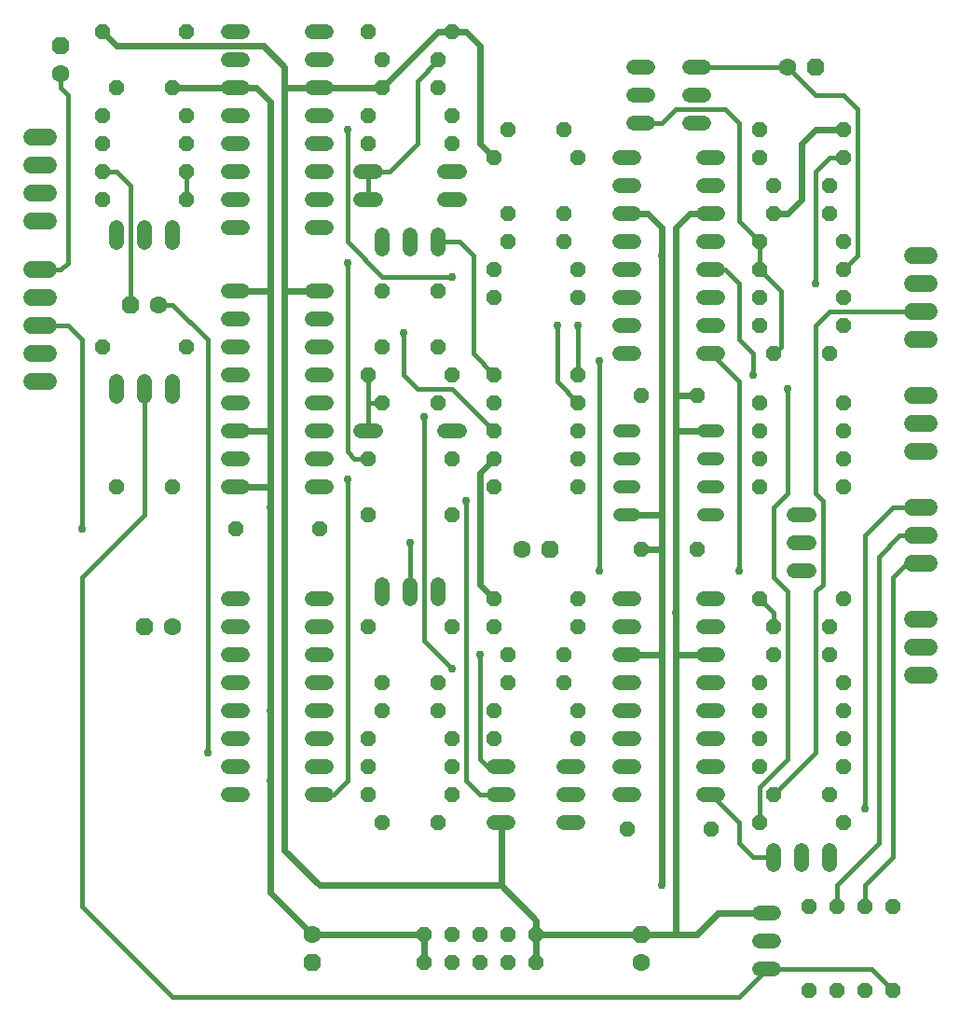
<source format=gbr>
G04 EAGLE Gerber RS-274X export*
G75*
%MOMM*%
%FSLAX34Y34*%
%LPD*%
%INBottom Copper*%
%IPPOS*%
%AMOC8*
5,1,8,0,0,1.08239X$1,22.5*%
G01*
%ADD10P,1.732040X8X112.500000*%
%ADD11C,1.600200*%
%ADD12P,1.732040X8X292.500000*%
%ADD13P,1.539592X8X22.500000*%
%ADD14C,1.320800*%
%ADD15P,1.429621X8X22.500000*%
%ADD16C,1.208000*%
%ADD17P,1.429621X8X202.500000*%
%ADD18P,1.732040X8X22.500000*%
%ADD19P,1.732040X8X202.500000*%
%ADD20P,1.429621X8X292.500000*%
%ADD21P,1.429621X8X112.500000*%
%ADD22C,1.524000*%
%ADD23C,0.609600*%
%ADD24C,0.756400*%
%ADD25C,0.406400*%


D10*
X571500Y82550D03*
D11*
X571500Y57150D03*
D12*
X273050Y57150D03*
D11*
X273050Y82550D03*
D13*
X374650Y57150D03*
X374650Y82550D03*
X400050Y57150D03*
X400050Y82550D03*
X425450Y57150D03*
X425450Y82550D03*
X450850Y57150D03*
X450850Y82550D03*
X476250Y57150D03*
X476250Y82550D03*
D14*
X628396Y209550D02*
X641604Y209550D01*
X641604Y234950D02*
X628396Y234950D01*
X628396Y260350D02*
X641604Y260350D01*
X641604Y285750D02*
X628396Y285750D01*
X628396Y311150D02*
X641604Y311150D01*
X641604Y336550D02*
X628396Y336550D01*
X628396Y361950D02*
X641604Y361950D01*
X641604Y387350D02*
X628396Y387350D01*
X565404Y387350D02*
X552196Y387350D01*
X552196Y361950D02*
X565404Y361950D01*
X565404Y336550D02*
X552196Y336550D01*
X552196Y311150D02*
X565404Y311150D01*
X565404Y285750D02*
X552196Y285750D01*
X552196Y260350D02*
X565404Y260350D01*
X565404Y234950D02*
X552196Y234950D01*
X552196Y209550D02*
X565404Y209550D01*
X286004Y488950D02*
X272796Y488950D01*
X272796Y514350D02*
X286004Y514350D01*
X286004Y641350D02*
X272796Y641350D01*
X272796Y666750D02*
X286004Y666750D01*
X286004Y539750D02*
X272796Y539750D01*
X272796Y565150D02*
X286004Y565150D01*
X286004Y615950D02*
X272796Y615950D01*
X272796Y590550D02*
X286004Y590550D01*
X209804Y666750D02*
X196596Y666750D01*
X196596Y641350D02*
X209804Y641350D01*
X209804Y615950D02*
X196596Y615950D01*
X196596Y590550D02*
X209804Y590550D01*
X209804Y565150D02*
X196596Y565150D01*
X196596Y539750D02*
X209804Y539750D01*
X209804Y514350D02*
X196596Y514350D01*
X196596Y488950D02*
X209804Y488950D01*
X272796Y209550D02*
X286004Y209550D01*
X286004Y234950D02*
X272796Y234950D01*
X272796Y361950D02*
X286004Y361950D01*
X286004Y387350D02*
X272796Y387350D01*
X272796Y260350D02*
X286004Y260350D01*
X286004Y285750D02*
X272796Y285750D01*
X272796Y336550D02*
X286004Y336550D01*
X286004Y311150D02*
X272796Y311150D01*
X209804Y387350D02*
X196596Y387350D01*
X196596Y361950D02*
X209804Y361950D01*
X209804Y336550D02*
X196596Y336550D01*
X196596Y311150D02*
X209804Y311150D01*
X209804Y285750D02*
X196596Y285750D01*
X196596Y260350D02*
X209804Y260350D01*
X209804Y234950D02*
X196596Y234950D01*
X196596Y209550D02*
X209804Y209550D01*
X628396Y609600D02*
X641604Y609600D01*
X641604Y635000D02*
X628396Y635000D01*
X628396Y660400D02*
X641604Y660400D01*
X641604Y685800D02*
X628396Y685800D01*
X628396Y711200D02*
X641604Y711200D01*
X641604Y736600D02*
X628396Y736600D01*
X628396Y762000D02*
X641604Y762000D01*
X641604Y787400D02*
X628396Y787400D01*
X565404Y787400D02*
X552196Y787400D01*
X552196Y762000D02*
X565404Y762000D01*
X565404Y736600D02*
X552196Y736600D01*
X552196Y711200D02*
X565404Y711200D01*
X565404Y685800D02*
X552196Y685800D01*
X552196Y660400D02*
X565404Y660400D01*
X565404Y635000D02*
X552196Y635000D01*
X552196Y609600D02*
X565404Y609600D01*
X286004Y723900D02*
X272796Y723900D01*
X272796Y749300D02*
X286004Y749300D01*
X286004Y774700D02*
X272796Y774700D01*
X272796Y800100D02*
X286004Y800100D01*
X286004Y825500D02*
X272796Y825500D01*
X272796Y850900D02*
X286004Y850900D01*
X286004Y876300D02*
X272796Y876300D01*
X272796Y901700D02*
X286004Y901700D01*
X209804Y901700D02*
X196596Y901700D01*
X196596Y876300D02*
X209804Y876300D01*
X209804Y850900D02*
X196596Y850900D01*
X196596Y825500D02*
X209804Y825500D01*
X209804Y800100D02*
X196596Y800100D01*
X196596Y774700D02*
X209804Y774700D01*
X209804Y749300D02*
X196596Y749300D01*
X196596Y723900D02*
X209804Y723900D01*
X710946Y412750D02*
X724154Y412750D01*
X724154Y463550D02*
X710946Y463550D01*
X710946Y438150D02*
X724154Y438150D01*
D15*
X679450Y488950D03*
X755650Y488950D03*
D16*
X641040Y463550D02*
X628960Y463550D01*
X628960Y488950D02*
X641040Y488950D01*
X641040Y514350D02*
X628960Y514350D01*
X628960Y539750D02*
X641040Y539750D01*
X564840Y539750D02*
X552760Y539750D01*
X552760Y514350D02*
X564840Y514350D01*
X564840Y488950D02*
X552760Y488950D01*
X552760Y463550D02*
X564840Y463550D01*
D17*
X755650Y565150D03*
X679450Y565150D03*
X755650Y514350D03*
X679450Y514350D03*
D15*
X679450Y539750D03*
X755650Y539750D03*
X679450Y660400D03*
X755650Y660400D03*
D17*
X755650Y635000D03*
X679450Y635000D03*
D15*
X692150Y762000D03*
X742950Y762000D03*
X692150Y609600D03*
X742950Y609600D03*
X679450Y711200D03*
X755650Y711200D03*
D14*
X578104Y819150D02*
X564896Y819150D01*
X564896Y869950D02*
X578104Y869950D01*
X578104Y844550D02*
X564896Y844550D01*
X615696Y819150D02*
X628904Y819150D01*
X628904Y869950D02*
X615696Y869950D01*
X615696Y844550D02*
X628904Y844550D01*
D17*
X755650Y685800D03*
X679450Y685800D03*
D18*
X730250Y869950D03*
D11*
X704850Y869950D03*
D15*
X679450Y787400D03*
X755650Y787400D03*
X438150Y660400D03*
X514350Y660400D03*
D17*
X514350Y685800D03*
X438150Y685800D03*
X501650Y711200D03*
X450850Y711200D03*
D15*
X438150Y787400D03*
X514350Y787400D03*
D17*
X755650Y812800D03*
X679450Y812800D03*
D15*
X679450Y311150D03*
X755650Y311150D03*
D14*
X692150Y159004D02*
X692150Y145796D01*
X742950Y145796D02*
X742950Y159004D01*
X717550Y159004D02*
X717550Y145796D01*
D17*
X755650Y184150D03*
X679450Y184150D03*
X755650Y285750D03*
X679450Y285750D03*
X755650Y260350D03*
X679450Y260350D03*
X755650Y234950D03*
X679450Y234950D03*
D15*
X692150Y209550D03*
X742950Y209550D03*
X692150Y361950D03*
X742950Y361950D03*
X679450Y387350D03*
X755650Y387350D03*
D14*
X406654Y774700D02*
X393446Y774700D01*
X330454Y774700D02*
X317246Y774700D01*
X317246Y749300D02*
X330454Y749300D01*
X393446Y749300D02*
X406654Y749300D01*
D17*
X387350Y876300D03*
X336550Y876300D03*
D14*
X336550Y717804D02*
X336550Y704596D01*
X387350Y704596D02*
X387350Y717804D01*
X361950Y717804D02*
X361950Y704596D01*
D15*
X323850Y800100D03*
X400050Y800100D03*
D17*
X400050Y825500D03*
X323850Y825500D03*
D15*
X323850Y901700D03*
X400050Y901700D03*
X450850Y812800D03*
X501650Y812800D03*
X438150Y590550D03*
X514350Y590550D03*
D14*
X95250Y710946D02*
X95250Y724154D01*
X146050Y724154D02*
X146050Y710946D01*
X120650Y710946D02*
X120650Y724154D01*
D17*
X400050Y514350D03*
X323850Y514350D03*
X158750Y800100D03*
X82550Y800100D03*
X158750Y774700D03*
X82550Y774700D03*
X158750Y749300D03*
X82550Y749300D03*
D19*
X107950Y654050D03*
D11*
X133350Y654050D03*
D17*
X158750Y825500D03*
X82550Y825500D03*
X158750Y901700D03*
X82550Y901700D03*
D10*
X44450Y889000D03*
D11*
X44450Y863600D03*
D17*
X514350Y565150D03*
X438150Y565150D03*
X514350Y539750D03*
X438150Y539750D03*
X514350Y514350D03*
X438150Y514350D03*
X514350Y488950D03*
X438150Y488950D03*
D15*
X336550Y311150D03*
X387350Y311150D03*
X323850Y260350D03*
X400050Y260350D03*
D17*
X387350Y184150D03*
X336550Y184150D03*
D15*
X323850Y234950D03*
X400050Y234950D03*
D17*
X400050Y209550D03*
X323850Y209550D03*
D19*
X120650Y361950D03*
D11*
X146050Y361950D03*
D15*
X323850Y361950D03*
X400050Y361950D03*
D14*
X387350Y387096D02*
X387350Y400304D01*
X336550Y400304D02*
X336550Y387096D01*
X361950Y387096D02*
X361950Y400304D01*
D15*
X323850Y463550D03*
X400050Y463550D03*
D14*
X437896Y184150D02*
X451104Y184150D01*
X451104Y234950D02*
X437896Y234950D01*
X437896Y209550D02*
X451104Y209550D01*
D17*
X279400Y450850D03*
X203200Y450850D03*
D14*
X317246Y539750D02*
X330454Y539750D01*
X393446Y539750D02*
X406654Y539750D01*
D15*
X323850Y590550D03*
X400050Y590550D03*
D17*
X387350Y565150D03*
X336550Y565150D03*
X514350Y285750D03*
X438150Y285750D03*
D15*
X336550Y615950D03*
X387350Y615950D03*
D17*
X514350Y260350D03*
X438150Y260350D03*
D15*
X450850Y311150D03*
X501650Y311150D03*
D17*
X514350Y361950D03*
X438150Y361950D03*
X514350Y387350D03*
X438150Y387350D03*
D18*
X488950Y431800D03*
D11*
X463550Y431800D03*
D14*
X501396Y234950D02*
X514604Y234950D01*
X514604Y184150D02*
X501396Y184150D01*
X501396Y209550D02*
X514604Y209550D01*
D15*
X558800Y177800D03*
X635000Y177800D03*
D14*
X95250Y571246D02*
X95250Y584454D01*
X146050Y584454D02*
X146050Y571246D01*
X120650Y571246D02*
X120650Y584454D01*
X679196Y101600D02*
X692404Y101600D01*
X692404Y50800D02*
X679196Y50800D01*
X679196Y76200D02*
X692404Y76200D01*
D17*
X158750Y615950D03*
X82550Y615950D03*
D20*
X800100Y107950D03*
X800100Y31750D03*
X749300Y107950D03*
X749300Y31750D03*
D21*
X723900Y31750D03*
X723900Y107950D03*
D20*
X774700Y107950D03*
X774700Y31750D03*
D17*
X501650Y336550D03*
X450850Y336550D03*
X146050Y850900D03*
X95250Y850900D03*
X501650Y736600D03*
X450850Y736600D03*
D15*
X692150Y736600D03*
X742950Y736600D03*
X336550Y850900D03*
X387350Y850900D03*
X692150Y336550D03*
X742950Y336550D03*
X336550Y285750D03*
X387350Y285750D03*
D17*
X146050Y488950D03*
X95250Y488950D03*
D15*
X336550Y666750D03*
X387350Y666750D03*
D17*
X622300Y571500D03*
X571500Y571500D03*
D15*
X571500Y431800D03*
X622300Y431800D03*
D22*
X817880Y622300D02*
X833120Y622300D01*
X833120Y647700D02*
X817880Y647700D01*
X817880Y673100D02*
X833120Y673100D01*
X833120Y698500D02*
X817880Y698500D01*
X33020Y730250D02*
X17780Y730250D01*
X17780Y755650D02*
X33020Y755650D01*
X33020Y781050D02*
X17780Y781050D01*
X17780Y806450D02*
X33020Y806450D01*
X817880Y520700D02*
X833120Y520700D01*
X833120Y546100D02*
X817880Y546100D01*
X817880Y571500D02*
X833120Y571500D01*
X833120Y419100D02*
X817880Y419100D01*
X817880Y444500D02*
X833120Y444500D01*
X833120Y469900D02*
X817880Y469900D01*
X817880Y368300D02*
X833120Y368300D01*
X833120Y342900D02*
X817880Y342900D01*
X817880Y317500D02*
X833120Y317500D01*
X33020Y685800D02*
X17780Y685800D01*
X17780Y660400D02*
X33020Y660400D01*
X33020Y635000D02*
X17780Y635000D01*
X17780Y609600D02*
X33020Y609600D01*
X33020Y584200D02*
X17780Y584200D01*
D23*
X146050Y850900D02*
X203200Y850900D01*
X577850Y736600D02*
X590550Y723900D01*
X577850Y736600D02*
X558800Y736600D01*
X590550Y336550D02*
X590550Y127000D01*
D24*
X590550Y127000D03*
D23*
X590550Y336550D02*
X590550Y431800D01*
X590550Y463550D01*
X590550Y698500D01*
X590550Y723900D01*
X590550Y431800D02*
X571500Y431800D01*
X558800Y463550D02*
X590550Y463550D01*
X374650Y82550D02*
X374650Y57150D01*
X374650Y82550D02*
X273050Y82550D01*
X234950Y838200D02*
X222250Y850900D01*
X203200Y850900D01*
X234950Y222250D02*
X234950Y120650D01*
X234950Y222250D02*
X234950Y285750D01*
X234950Y469900D01*
X234950Y488950D01*
X234950Y539750D01*
X234950Y666750D01*
X234950Y838200D01*
X234950Y666750D02*
X203200Y666750D01*
X203200Y539750D02*
X234950Y539750D01*
X234950Y488950D02*
X203200Y488950D01*
X234950Y120650D02*
X273050Y82550D01*
D24*
X234950Y285750D03*
D23*
X558800Y336550D02*
X590550Y336550D01*
D24*
X234950Y222250D03*
X590550Y698500D03*
X234950Y469900D03*
D23*
X476250Y82550D02*
X476250Y57150D01*
X476250Y82550D02*
X571500Y82550D01*
X603250Y82550D01*
X603250Y336550D01*
X603250Y374650D01*
X603250Y539750D01*
X603250Y571500D01*
X603250Y723900D01*
X615950Y736600D01*
X635000Y736600D01*
X635000Y336550D02*
X603250Y336550D01*
X603250Y539750D02*
X635000Y539750D01*
X622300Y571500D02*
X603250Y571500D01*
X444500Y184150D02*
X444500Y127000D01*
X476250Y95250D02*
X476250Y82550D01*
X476250Y95250D02*
X444500Y127000D01*
X279400Y127000D01*
X247650Y158750D01*
X247650Y666750D01*
X279400Y666750D01*
X247650Y666750D02*
X247650Y850900D01*
X279400Y850900D01*
X336550Y850900D01*
X438150Y514350D02*
X425450Y501650D01*
X425450Y400050D01*
X438150Y387350D01*
X228600Y889000D02*
X95250Y889000D01*
X228600Y889000D02*
X247650Y869950D01*
X247650Y850900D01*
X95250Y889000D02*
X82550Y901700D01*
X425450Y800100D02*
X438150Y787400D01*
X425450Y800100D02*
X425450Y889000D01*
X412750Y901700D01*
X400050Y901700D01*
X387350Y901700D02*
X336550Y850900D01*
X387350Y901700D02*
X400050Y901700D01*
X730250Y812800D02*
X755650Y812800D01*
X730250Y812800D02*
X717550Y800100D01*
X717550Y749300D01*
X704850Y736600D01*
X692150Y736600D01*
D24*
X603250Y374650D03*
D23*
X641350Y101600D02*
X685800Y101600D01*
X641350Y101600D02*
X622300Y82550D01*
X603250Y82550D01*
D25*
X660400Y412750D02*
X660400Y584200D01*
X635000Y609600D01*
D24*
X660400Y412750D03*
D25*
X622300Y869950D02*
X704850Y869950D01*
X730250Y844550D01*
X755650Y844550D01*
X768350Y831850D01*
X768350Y698500D01*
X755650Y685800D01*
X679450Y685800D02*
X679450Y711200D01*
X698500Y615950D02*
X692150Y609600D01*
X698500Y615950D02*
X698500Y666750D01*
X679450Y685800D01*
X679450Y711200D02*
X660400Y730250D01*
X660400Y819150D01*
X647700Y831850D01*
X603250Y831850D01*
X590550Y819150D01*
X571500Y819150D01*
X730250Y774700D02*
X730250Y673100D01*
X730250Y774700D02*
X742950Y787400D01*
X755650Y787400D01*
D24*
X730250Y673100D03*
D25*
X635000Y209550D02*
X660400Y184150D01*
X660400Y165100D01*
X673100Y152400D01*
X692150Y152400D01*
X692150Y361950D02*
X692150Y374650D01*
X679450Y387350D01*
X323850Y749300D02*
X323850Y774700D01*
X368300Y800100D02*
X368300Y857250D01*
X387350Y876300D01*
X342900Y774700D02*
X323850Y774700D01*
X342900Y774700D02*
X368300Y800100D01*
X419100Y609600D02*
X438150Y590550D01*
X419100Y698500D02*
X406400Y711200D01*
X387350Y711200D01*
X419100Y698500D02*
X419100Y609600D01*
X292100Y209550D02*
X279400Y209550D01*
X292100Y209550D02*
X304800Y222250D01*
X304800Y495300D01*
D24*
X304800Y495300D03*
D25*
X146050Y654050D02*
X133350Y654050D01*
X146050Y654050D02*
X177800Y622300D01*
X177800Y247650D01*
D24*
X177800Y247650D03*
D25*
X107950Y762000D02*
X95250Y774700D01*
X82550Y774700D01*
X107950Y762000D02*
X107950Y654050D01*
X158750Y749300D02*
X158750Y774700D01*
X304800Y520700D02*
X311150Y514350D01*
X323850Y514350D01*
X304800Y520700D02*
X304800Y692150D01*
D24*
X304800Y692150D03*
D25*
X361950Y438150D02*
X361950Y393700D01*
X431800Y234950D02*
X444500Y234950D01*
X431800Y234950D02*
X425450Y241300D01*
X425450Y336550D01*
D24*
X425450Y336550D03*
X361950Y438150D03*
D25*
X374650Y349250D02*
X400050Y323850D01*
X374650Y349250D02*
X374650Y552450D01*
D24*
X374650Y552450D03*
X400050Y323850D03*
D25*
X323850Y539750D02*
X323850Y565150D01*
X323850Y590550D01*
X323850Y565150D02*
X336550Y565150D01*
X685800Y50800D02*
X781050Y50800D01*
X800100Y31750D01*
X120650Y463550D02*
X63500Y406400D01*
X63500Y107950D02*
X146050Y25400D01*
X660400Y25400D01*
X685800Y50800D01*
X120650Y463550D02*
X120650Y577850D01*
X63500Y406400D02*
X63500Y107950D01*
X787400Y165100D02*
X787400Y425450D01*
X787400Y165100D02*
X749300Y127000D01*
X749300Y107950D01*
X806450Y444500D02*
X825500Y444500D01*
X806450Y444500D02*
X787400Y425450D01*
X704850Y482600D02*
X704850Y577850D01*
X704850Y482600D02*
X692150Y469900D01*
X692150Y406400D01*
X704850Y393700D01*
X679450Y215900D02*
X679450Y184150D01*
X704850Y241300D02*
X704850Y393700D01*
X704850Y241300D02*
X679450Y215900D01*
D24*
X704850Y577850D03*
D25*
X647700Y685800D02*
X635000Y685800D01*
X647700Y685800D02*
X660400Y673100D01*
X660400Y622300D02*
X673100Y609600D01*
X673100Y590550D01*
D24*
X673100Y590550D03*
D25*
X660400Y622300D02*
X660400Y673100D01*
X736600Y476250D02*
X736600Y400050D01*
X730250Y393700D01*
X730250Y247650D01*
X692150Y209550D01*
X742950Y647700D02*
X825500Y647700D01*
X742950Y647700D02*
X730250Y635000D01*
X730250Y482600D01*
X736600Y476250D01*
X800100Y469900D02*
X825500Y469900D01*
X800100Y469900D02*
X774700Y444500D01*
D24*
X774700Y196850D03*
D25*
X774700Y444500D01*
X812800Y419100D02*
X825500Y419100D01*
X812800Y419100D02*
X800100Y406400D01*
X800100Y152400D01*
X774700Y127000D01*
X774700Y107950D01*
D24*
X304800Y812800D03*
D25*
X304800Y711200D01*
X336550Y679450D01*
X400050Y679450D01*
D24*
X400050Y679450D03*
X495300Y635000D03*
D25*
X495300Y584200D01*
X514350Y565150D01*
X514350Y590550D02*
X514350Y635000D01*
D24*
X514350Y635000D03*
X355600Y628650D03*
D25*
X355600Y590550D01*
X368300Y577850D01*
X400050Y577850D01*
X438150Y539750D01*
D24*
X533400Y603250D03*
D25*
X533400Y412750D01*
D24*
X533400Y412750D03*
D25*
X50800Y844550D02*
X44450Y850900D01*
X50800Y844550D02*
X50800Y692150D01*
X44450Y685800D01*
X25400Y685800D01*
X44450Y850900D02*
X44450Y863600D01*
X50800Y635000D02*
X25400Y635000D01*
X50800Y635000D02*
X63500Y622300D01*
X63500Y450850D01*
D24*
X63500Y450850D03*
D25*
X425450Y209550D02*
X444500Y209550D01*
X425450Y209550D02*
X412750Y222250D01*
X412750Y476250D01*
D24*
X412750Y476250D03*
M02*

</source>
